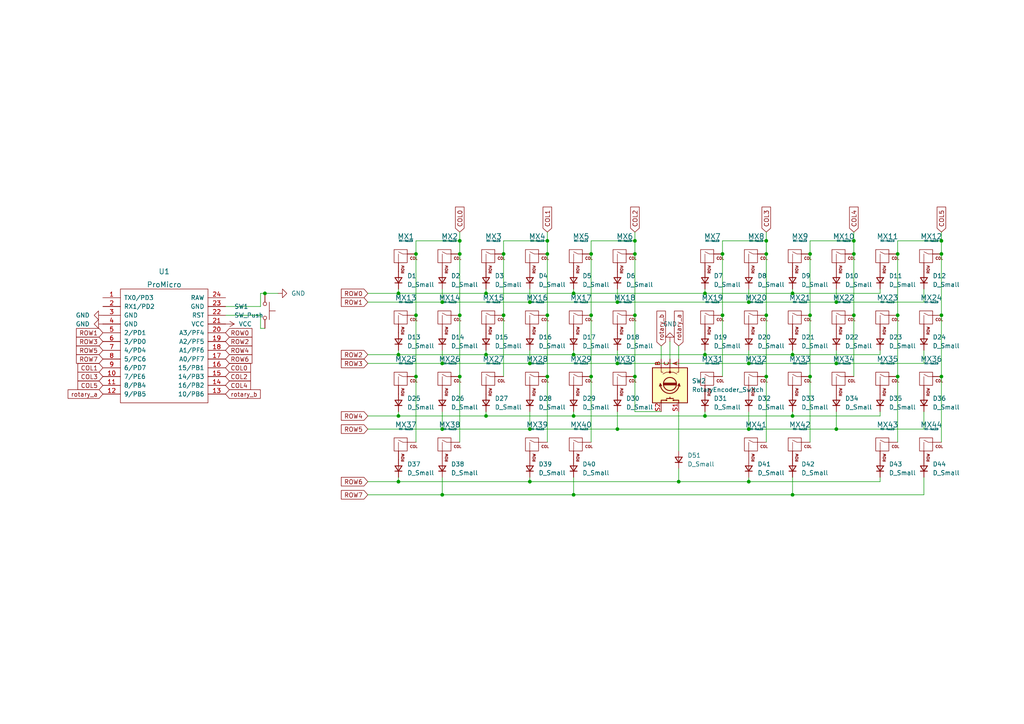
<source format=kicad_sch>
(kicad_sch (version 20211123) (generator eeschema)
  (paper "A4")
  (lib_symbols
    (symbol "Device:D_Small" (pin_numbers hide) (pin_names (offset 0.254) hide)
      (property "Reference" "D" (at -1.27 2.032 0))
      (property "Value" "D_Small" (at -3.81 -2.032 0))
      (symbol "D_Small_0_1"
        (polyline (pts (xy -0.762 -1.016) (xy -0.762 1.016)) (stroke (width 0.254)))
        (polyline (pts (xy -0.762 0) (xy 0.762 0)))
        (polyline (pts (xy 0.762 -1.016) (xy -0.762 0) (xy 0.762 1.016) (xy 0.762 -1.016)) (stroke (width 0.254)))
      )
      (symbol "D_Small_1_1"
        (pin passive line (at -2.54 0 0) (length 1.778) (name "K") (number "1"))
        (pin passive line (at 2.54 0 180) (length 1.778) (name "A") (number "2"))
      )
    )
    (symbol "Device:RotaryEncoder_Switch" (pin_names (offset 0.254) hide)
      (property "Reference" "SW" (at 0 6.604 0))
      (property "Value" "RotaryEncoder_Switch" (at 0 -6.604 0))
      (symbol "RotaryEncoder_Switch_0_1"
        (rectangle (start -5.08 5.08) (end 5.08 -5.08) (stroke (width 0.254)) (fill (type background)))
        (circle (center -3.81 0) (radius 0.254) (fill (type outline)))
        (arc (start -0.381 -2.794) (mid 2.3622 -0.0508) (end -0.381 2.667) (stroke (width 0.254)))
        (circle (center -0.381 0) (radius 1.905) (stroke (width 0.254)))
        (polyline (pts (xy -0.635 -1.778) (xy -0.635 1.778)) (stroke (width 0.254)))
        (polyline (pts (xy -0.381 -1.778) (xy -0.381 1.778)) (stroke (width 0.254)))
        (polyline (pts (xy -0.127 1.778) (xy -0.127 -1.778)) (stroke (width 0.254)))
        (polyline (pts (xy 3.81 0) (xy 3.429 0)) (stroke (width 0.254)))
        (polyline (pts (xy 3.81 1.016) (xy 3.81 -1.016)) (stroke (width 0.254)))
        (polyline (pts (xy -5.08 -2.54) (xy -3.81 -2.54) (xy -3.81 -2.032)))
        (polyline (pts (xy -5.08 2.54) (xy -3.81 2.54) (xy -3.81 2.032)))
        (polyline (pts (xy 0.254 -3.048) (xy -0.508 -2.794) (xy 0.127 -2.413)) (stroke (width 0.254)))
        (polyline (pts (xy 0.254 2.921) (xy -0.508 2.667) (xy 0.127 2.286)) (stroke (width 0.254)))
        (polyline (pts (xy 5.08 -2.54) (xy 4.318 -2.54) (xy 4.318 -1.016)) (stroke (width 0.254)))
        (polyline (pts (xy 5.08 2.54) (xy 4.318 2.54) (xy 4.318 1.016)) (stroke (width 0.254)))
        (polyline (pts (xy -5.08 0) (xy -3.81 0) (xy -3.81 -1.016) (xy -3.302 -2.032)))
        (polyline (pts (xy -4.318 0) (xy -3.81 0) (xy -3.81 1.016) (xy -3.302 2.032)))
        (circle (center 4.318 -1.016) (radius 0.127) (stroke (width 0.254)))
        (circle (center 4.318 1.016) (radius 0.127) (stroke (width 0.254)))
      )
      (symbol "RotaryEncoder_Switch_1_1"
        (pin passive line (at -7.62 2.54 0) (length 2.54) (name "A") (number "A"))
        (pin passive line (at -7.62 -2.54 0) (length 2.54) (name "B") (number "B"))
        (pin passive line (at -7.62 0 0) (length 2.54) (name "C") (number "C"))
        (pin passive line (at 7.62 2.54 180) (length 2.54) (name "S1") (number "S1"))
        (pin passive line (at 7.62 -2.54 180) (length 2.54) (name "S2") (number "S2"))
      )
    )
    (symbol "MX_Alps_Hybrid:MX-NoLED" (pin_names (offset 1.016))
      (property "Reference" "MX" (at -0.635 3.81 0))
      (property "Value" "MX-NoLED" (at -0.635 1.27 0))
      (symbol "MX-NoLED_0_0"
        (rectangle (start -2.54 2.54) (end 1.27 -1.27))
        (polyline (pts (xy -1.27 -1.27) (xy -1.27 1.27)) (stroke (width 0.127)))
        (polyline (pts (xy 1.27 1.27) (xy 0 1.27) (xy -1.27 1.905)) (stroke (width 0.127)))
        (text "COL" (at 3.175 0 0) (effects (font (size 0.762 0.762))))
        (text "ROW" (at 0 -1.905 900) (effects (font (size 0.762 0.762)) (justify right)))
      )
      (symbol "MX-NoLED_1_1"
        (pin passive line (at 3.81 1.27 180) (length 2.54) (name "COL") (number "1"))
        (pin passive line (at -1.27 -3.81 90) (length 2.54) (name "ROW") (number "2"))
      )
    )
    (symbol "Switch:SW_Push" (pin_numbers hide) (pin_names (offset 1.016) hide)
      (property "Reference" "SW" (at 1.27 2.54 0))
      (property "Value" "SW_Push" (at 0 -1.524 0))
      (symbol "SW_Push_0_1"
        (circle (center -2.032 0) (radius 0.508))
        (polyline (pts (xy 0 1.27) (xy 0 3.048)))
        (polyline (pts (xy 2.54 1.27) (xy -2.54 1.27)))
        (circle (center 2.032 0) (radius 0.508))
        (pin passive line (at -5.08 0 0) (length 2.54) (name "1") (number "1"))
        (pin passive line (at 5.08 0 180) (length 2.54) (name "2") (number "2"))
      )
    )
    (symbol "keebio:ProMicro" (pin_names (offset 1.016))
      (property "Reference" "U" (at 0 0 0))
      (property "Value" "ProMicro" (at 0 -19.05 0))
      (symbol "ProMicro_0_1"
        (rectangle (start -12.7 -16.51) (end 12.7 16.51))
      )
      (symbol "ProMicro_1_1"
        (pin input line (at -17.78 13.97 0) (length 5.08) (name "TX0/PD3") (number "1"))
        (pin input line (at -17.78 -8.89 0) (length 5.08) (name "7/PE6") (number "10"))
        (pin input line (at -17.78 -11.43 0) (length 5.08) (name "8/PB4") (number "11"))
        (pin input line (at -17.78 -13.97 0) (length 5.08) (name "9/PB5") (number "12"))
        (pin input line (at 17.78 -13.97 180) (length 5.08) (name "10/PB6") (number "13"))
        (pin input line (at 17.78 -11.43 180) (length 5.08) (name "16/PB2") (number "14"))
        (pin input line (at 17.78 -8.89 180) (length 5.08) (name "14/PB3") (number "15"))
        (pin input line (at 17.78 -6.35 180) (length 5.08) (name "15/PB1") (number "16"))
        (pin input line (at 17.78 -3.81 180) (length 5.08) (name "A0/PF7") (number "17"))
        (pin input line (at 17.78 -1.27 180) (length 5.08) (name "A1/PF6") (number "18"))
        (pin input line (at 17.78 1.27 180) (length 5.08) (name "A2/PF5") (number "19"))
        (pin input line (at -17.78 11.43 0) (length 5.08) (name "RX1/PD2") (number "2"))
        (pin input line (at 17.78 3.81 180) (length 5.08) (name "A3/PF4") (number "20"))
        (pin input line (at 17.78 6.35 180) (length 5.08) (name "VCC") (number "21"))
        (pin input line (at 17.78 8.89 180) (length 5.08) (name "RST") (number "22"))
        (pin input line (at 17.78 11.43 180) (length 5.08) (name "GND") (number "23"))
        (pin input line (at 17.78 13.97 180) (length 5.08) (name "RAW") (number "24"))
        (pin input line (at -17.78 8.89 0) (length 5.08) (name "GND") (number "3"))
        (pin input line (at -17.78 6.35 0) (length 5.08) (name "GND") (number "4"))
        (pin input line (at -17.78 3.81 0) (length 5.08) (name "2/PD1") (number "5"))
        (pin input line (at -17.78 1.27 0) (length 5.08) (name "3/PD0") (number "6"))
        (pin input line (at -17.78 -1.27 0) (length 5.08) (name "4/PD4") (number "7"))
        (pin input line (at -17.78 -3.81 0) (length 5.08) (name "5/PC6") (number "8"))
        (pin input line (at -17.78 -6.35 0) (length 5.08) (name "6/PD7") (number "9"))
      )
    )
    (symbol "power:GND" (power) (pin_names (offset 0))
      (property "Value" "GND" (at 0 -3.81 0))
      (symbol "GND_0_1"
        (polyline (pts (xy 0 0) (xy 0 -1.27) (xy 1.27 -1.27) (xy 0 -2.54) (xy -1.27 -1.27) (xy 0 -1.27)))
      )
      (symbol "GND_1_1"
        (pin power_in line (at 0 0 270) (length 0) hide (name "GND") (number "1"))
      )
    )
    (symbol "power:VCC" (power) (pin_names (offset 0))
      (property "Value" "VCC" (at 0 3.81 0))
      (symbol "VCC_0_1"
        (polyline (pts (xy -0.762 1.27) (xy 0 2.54)))
        (polyline (pts (xy 0 0) (xy 0 2.54)))
        (polyline (pts (xy 0 2.54) (xy 0.762 1.27)))
      )
      (symbol "VCC_1_1"
        (pin power_in line (at 0 0 90) (length 0) hide (name "VCC") (number "1"))
      )
    )
  )
  (junction (at 229.87 102.87))
  (junction (at 120.65 73.66))
  (junction (at 222.25 69.85))
  (junction (at 158.75 109.22))
  (junction (at 166.37 85.09))
  (junction (at 146.05 73.66))
  (junction (at 140.97 120.65))
  (junction (at 204.47 102.87))
  (junction (at 234.95 91.44))
  (junction (at 120.65 91.44))
  (junction (at 140.97 102.87))
  (junction (at 166.37 102.87))
  (junction (at 217.17 105.41))
  (junction (at 128.27 105.41))
  (junction (at 217.17 87.63))
  (junction (at 153.67 124.46))
  (junction (at 260.35 91.44))
  (junction (at 229.87 85.09))
  (junction (at 133.35 69.85))
  (junction (at 171.45 109.22))
  (junction (at 260.35 109.22))
  (junction (at 209.55 73.66))
  (junction (at 222.25 73.66))
  (junction (at 217.17 124.46))
  (junction (at 115.57 85.09))
  (junction (at 247.65 73.66))
  (junction (at 196.85 139.7))
  (junction (at 184.15 69.85))
  (junction (at 140.97 85.09))
  (junction (at 204.47 120.65))
  (junction (at 146.05 91.44))
  (junction (at 158.75 91.44))
  (junction (at 158.75 73.66))
  (junction (at 179.07 124.46))
  (junction (at 217.17 139.7))
  (junction (at 128.27 143.51))
  (junction (at 273.05 109.22))
  (junction (at 242.57 124.46))
  (junction (at 128.27 124.46))
  (junction (at 273.05 91.44))
  (junction (at 247.65 91.44))
  (junction (at 133.35 109.22))
  (junction (at 273.05 69.85))
  (junction (at 158.75 69.85))
  (junction (at 153.67 139.7))
  (junction (at 115.57 120.65))
  (junction (at 133.35 73.66))
  (junction (at 115.57 102.87))
  (junction (at 166.37 120.65))
  (junction (at 171.45 91.44))
  (junction (at 204.47 85.09))
  (junction (at 234.95 73.66))
  (junction (at 115.57 139.7))
  (junction (at 171.45 73.66))
  (junction (at 128.27 87.63))
  (junction (at 222.25 91.44))
  (junction (at 234.95 109.22))
  (junction (at 222.25 109.22))
  (junction (at 242.57 87.63))
  (junction (at 209.55 91.44))
  (junction (at 153.67 105.41))
  (junction (at 120.65 109.22))
  (junction (at 76.835 85.09))
  (junction (at 153.67 87.63))
  (junction (at 247.65 69.85))
  (junction (at 179.07 105.41))
  (junction (at 184.15 73.66))
  (junction (at 133.35 91.44))
  (junction (at 166.37 143.51))
  (junction (at 229.87 120.65))
  (junction (at 184.15 91.44))
  (junction (at 184.15 109.22))
  (junction (at 229.87 143.51))
  (junction (at 179.07 87.63))
  (junction (at 260.35 73.66))
  (junction (at 273.05 73.66))
  (junction (at 242.57 105.41))
  (wire (pts (xy 140.97 102.87) (xy 166.37 102.87)))
  (wire (pts (xy 217.17 124.46) (xy 242.57 124.46)))
  (wire (pts (xy 196.85 135.89) (xy 196.85 139.7)))
  (wire (pts (xy 115.57 139.7) (xy 153.67 139.7)))
  (wire (pts (xy 234.95 69.85) (xy 234.95 73.66)))
  (wire (pts (xy 217.17 105.41) (xy 242.57 105.41)))
  (wire (pts (xy 217.17 83.82) (xy 217.17 87.63)))
  (wire (pts (xy 222.25 67.31) (xy 222.25 69.85)))
  (wire (pts (xy 65.405 88.9) (xy 75.565 88.9)))
  (wire (pts (xy 260.35 91.44) (xy 260.35 109.22)))
  (wire (pts (xy 229.87 138.43) (xy 229.87 143.51)))
  (wire (pts (xy 229.87 85.09) (xy 255.27 85.09)))
  (wire (pts (xy 184.15 67.31) (xy 184.15 69.85)))
  (wire (pts (xy 166.37 120.65) (xy 204.47 120.65)))
  (wire (pts (xy 273.05 69.85) (xy 260.35 69.85)))
  (wire (pts (xy 222.25 73.66) (xy 222.25 91.44)))
  (wire (pts (xy 171.45 69.85) (xy 184.15 69.85)))
  (wire (pts (xy 146.05 69.85) (xy 158.75 69.85)))
  (wire (pts (xy 133.35 73.66) (xy 133.35 91.44)))
  (wire (pts (xy 217.17 139.7) (xy 255.27 139.7)))
  (wire (pts (xy 128.27 105.41) (xy 153.67 105.41)))
  (wire (pts (xy 115.57 138.43) (xy 115.57 139.7)))
  (wire (pts (xy 204.47 119.38) (xy 204.47 120.65)))
  (wire (pts (xy 128.27 143.51) (xy 166.37 143.51)))
  (wire (pts (xy 115.57 83.82) (xy 115.57 85.09)))
  (wire (pts (xy 106.68 85.09) (xy 115.57 85.09)))
  (wire (pts (xy 128.27 101.6) (xy 128.27 105.41)))
  (wire (pts (xy 217.17 138.43) (xy 217.17 139.7)))
  (wire (pts (xy 153.67 124.46) (xy 179.07 124.46)))
  (wire (pts (xy 267.97 138.43) (xy 267.97 143.51)))
  (wire (pts (xy 209.55 69.85) (xy 222.25 69.85)))
  (wire (pts (xy 140.97 119.38) (xy 140.97 120.65)))
  (wire (pts (xy 229.87 143.51) (xy 267.97 143.51)))
  (wire (pts (xy 196.85 119.38) (xy 196.85 130.81)))
  (wire (pts (xy 171.45 69.85) (xy 171.45 73.66)))
  (wire (pts (xy 196.85 139.7) (xy 217.17 139.7)))
  (wire (pts (xy 267.97 101.6) (xy 267.97 105.41)))
  (wire (pts (xy 146.05 73.66) (xy 146.05 91.44)))
  (wire (pts (xy 247.65 69.85) (xy 247.65 73.66)))
  (wire (pts (xy 217.17 87.63) (xy 242.57 87.63)))
  (wire (pts (xy 76.835 85.09) (xy 80.645 85.09)))
  (wire (pts (xy 179.07 83.82) (xy 179.07 87.63)))
  (wire (pts (xy 179.07 119.38) (xy 179.07 124.46)))
  (wire (pts (xy 242.57 105.41) (xy 267.97 105.41)))
  (wire (pts (xy 184.15 91.44) (xy 184.15 109.22)))
  (wire (pts (xy 133.35 109.22) (xy 133.35 128.27)))
  (wire (pts (xy 115.57 102.87) (xy 140.97 102.87)))
  (wire (pts (xy 153.67 138.43) (xy 153.67 139.7)))
  (wire (pts (xy 184.15 109.22) (xy 184.15 119.38)))
  (wire (pts (xy 140.97 101.6) (xy 140.97 102.87)))
  (wire (pts (xy 260.35 73.66) (xy 260.35 91.44)))
  (wire (pts (xy 158.75 91.44) (xy 158.75 109.22)))
  (wire (pts (xy 115.57 85.09) (xy 140.97 85.09)))
  (wire (pts (xy 260.35 109.22) (xy 260.35 128.27)))
  (wire (pts (xy 171.45 91.44) (xy 171.45 109.22)))
  (wire (pts (xy 106.68 143.51) (xy 128.27 143.51)))
  (wire (pts (xy 115.57 120.65) (xy 140.97 120.65)))
  (wire (pts (xy 128.27 124.46) (xy 153.67 124.46)))
  (wire (pts (xy 273.05 73.66) (xy 273.05 91.44)))
  (wire (pts (xy 273.05 69.85) (xy 273.05 73.66)))
  (wire (pts (xy 273.05 109.22) (xy 273.05 128.27)))
  (wire (pts (xy 204.47 85.09) (xy 229.87 85.09)))
  (wire (pts (xy 209.55 73.66) (xy 209.55 91.44)))
  (wire (pts (xy 222.25 91.44) (xy 222.25 109.22)))
  (wire (pts (xy 229.87 83.82) (xy 229.87 85.09)))
  (wire (pts (xy 128.27 119.38) (xy 128.27 124.46)))
  (wire (pts (xy 179.07 101.6) (xy 179.07 105.41)))
  (wire (pts (xy 204.47 101.6) (xy 204.47 102.87)))
  (wire (pts (xy 247.65 69.85) (xy 234.95 69.85)))
  (wire (pts (xy 209.55 69.85) (xy 209.55 73.66)))
  (wire (pts (xy 191.77 119.38) (xy 184.15 119.38)))
  (wire (pts (xy 166.37 119.38) (xy 166.37 120.65)))
  (wire (pts (xy 133.35 67.31) (xy 133.35 69.85)))
  (wire (pts (xy 171.45 73.66) (xy 171.45 91.44)))
  (wire (pts (xy 115.57 101.6) (xy 115.57 102.87)))
  (wire (pts (xy 247.65 67.31) (xy 247.65 69.85)))
  (wire (pts (xy 234.95 91.44) (xy 234.95 109.22)))
  (wire (pts (xy 273.05 67.31) (xy 273.05 69.85)))
  (wire (pts (xy 179.07 124.46) (xy 217.17 124.46)))
  (wire (pts (xy 120.65 109.22) (xy 120.65 128.27)))
  (wire (pts (xy 75.565 95.25) (xy 76.835 95.25)))
  (wire (pts (xy 106.68 139.7) (xy 115.57 139.7)))
  (wire (pts (xy 267.97 83.82) (xy 267.97 87.63)))
  (wire (pts (xy 191.77 100.33) (xy 191.77 104.14)))
  (wire (pts (xy 120.65 73.66) (xy 120.65 91.44)))
  (wire (pts (xy 242.57 124.46) (xy 267.97 124.46)))
  (wire (pts (xy 255.27 83.82) (xy 255.27 85.09)))
  (wire (pts (xy 242.57 87.63) (xy 267.97 87.63)))
  (wire (pts (xy 128.27 83.82) (xy 128.27 87.63)))
  (wire (pts (xy 153.67 139.7) (xy 196.85 139.7)))
  (wire (pts (xy 204.47 102.87) (xy 229.87 102.87)))
  (wire (pts (xy 128.27 138.43) (xy 128.27 143.51)))
  (wire (pts (xy 229.87 102.87) (xy 255.27 102.87)))
  (wire (pts (xy 158.75 67.31) (xy 158.75 69.85)))
  (wire (pts (xy 106.68 87.63) (xy 128.27 87.63)))
  (wire (pts (xy 166.37 85.09) (xy 204.47 85.09)))
  (wire (pts (xy 222.25 69.85) (xy 222.25 73.66)))
  (wire (pts (xy 273.05 91.44) (xy 273.05 109.22)))
  (wire (pts (xy 234.95 73.66) (xy 234.95 91.44)))
  (wire (pts (xy 76.835 85.09) (xy 75.565 85.09)))
  (wire (pts (xy 217.17 101.6) (xy 217.17 105.41)))
  (wire (pts (xy 166.37 102.87) (xy 204.47 102.87)))
  (wire (pts (xy 106.68 124.46) (xy 128.27 124.46)))
  (wire (pts (xy 267.97 119.38) (xy 267.97 124.46)))
  (wire (pts (xy 194.31 99.06) (xy 194.31 104.14)))
  (wire (pts (xy 153.67 87.63) (xy 179.07 87.63)))
  (wire (pts (xy 255.27 101.6) (xy 255.27 102.87)))
  (wire (pts (xy 184.15 69.85) (xy 184.15 73.66)))
  (wire (pts (xy 196.85 100.33) (xy 196.85 104.14)))
  (wire (pts (xy 106.68 102.87) (xy 115.57 102.87)))
  (wire (pts (xy 229.87 101.6) (xy 229.87 102.87)))
  (wire (pts (xy 140.97 85.09) (xy 166.37 85.09)))
  (wire (pts (xy 229.87 120.65) (xy 255.27 120.65)))
  (wire (pts (xy 184.15 73.66) (xy 184.15 91.44)))
  (wire (pts (xy 153.67 83.82) (xy 153.67 87.63)))
  (wire (pts (xy 255.27 138.43) (xy 255.27 139.7)))
  (wire (pts (xy 242.57 83.82) (xy 242.57 87.63)))
  (wire (pts (xy 106.68 120.65) (xy 115.57 120.65)))
  (wire (pts (xy 158.75 109.22) (xy 158.75 128.27)))
  (wire (pts (xy 120.65 91.44) (xy 120.65 109.22)))
  (wire (pts (xy 120.65 69.85) (xy 120.65 73.66)))
  (wire (pts (xy 234.95 109.22) (xy 234.95 128.27)))
  (wire (pts (xy 158.75 69.85) (xy 158.75 73.66)))
  (wire (pts (xy 204.47 120.65) (xy 229.87 120.65)))
  (wire (pts (xy 133.35 91.44) (xy 133.35 109.22)))
  (wire (pts (xy 247.65 91.44) (xy 247.65 109.22)))
  (wire (pts (xy 153.67 101.6) (xy 153.67 105.41)))
  (wire (pts (xy 65.405 91.44) (xy 75.565 91.44)))
  (wire (pts (xy 179.07 87.63) (xy 217.17 87.63)))
  (wire (pts (xy 217.17 119.38) (xy 217.17 124.46)))
  (wire (pts (xy 255.27 119.38) (xy 255.27 120.65)))
  (wire (pts (xy 146.05 91.44) (xy 146.05 109.22)))
  (wire (pts (xy 153.67 119.38) (xy 153.67 124.46)))
  (wire (pts (xy 242.57 119.38) (xy 242.57 124.46)))
  (wire (pts (xy 242.57 101.6) (xy 242.57 105.41)))
  (wire (pts (xy 166.37 83.82) (xy 166.37 85.09)))
  (wire (pts (xy 179.07 105.41) (xy 217.17 105.41)))
  (wire (pts (xy 128.27 87.63) (xy 153.67 87.63)))
  (wire (pts (xy 115.57 119.38) (xy 115.57 120.65)))
  (wire (pts (xy 260.35 69.85) (xy 260.35 73.66)))
  (wire (pts (xy 75.565 91.44) (xy 75.565 95.25)))
  (wire (pts (xy 209.55 91.44) (xy 209.55 109.22)))
  (wire (pts (xy 140.97 83.82) (xy 140.97 85.09)))
  (wire (pts (xy 247.65 73.66) (xy 247.65 91.44)))
  (wire (pts (xy 171.45 109.22) (xy 171.45 128.27)))
  (wire (pts (xy 204.47 83.82) (xy 204.47 85.09)))
  (wire (pts (xy 140.97 120.65) (xy 166.37 120.65)))
  (wire (pts (xy 222.25 109.22) (xy 222.25 128.27)))
  (wire (pts (xy 133.35 69.85) (xy 120.65 69.85)))
  (wire (pts (xy 153.67 105.41) (xy 179.07 105.41)))
  (wire (pts (xy 133.35 69.85) (xy 133.35 73.66)))
  (wire (pts (xy 166.37 138.43) (xy 166.37 143.51)))
  (wire (pts (xy 158.75 73.66) (xy 158.75 91.44)))
  (wire (pts (xy 166.37 143.51) (xy 229.87 143.51)))
  (wire (pts (xy 166.37 101.6) (xy 166.37 102.87)))
  (wire (pts (xy 106.68 105.41) (xy 128.27 105.41)))
  (wire (pts (xy 146.05 69.85) (xy 146.05 73.66)))
  (wire (pts (xy 229.87 119.38) (xy 229.87 120.65)))
  (wire (pts (xy 75.565 85.09) (xy 75.565 88.9)))
  (global_label "ROW6" (shape input) (at 65.405 104.14 0) (property "Intersheet References" "${INTERSHEET_REFS}" (effects hide)))
  (global_label "ROW4" (shape input) (at 65.405 101.6 0) (property "Intersheet References" "${INTERSHEET_REFS}" (effects hide)))
  (global_label "ROW3" (shape input) (at 29.845 99.06 180) (property "Intersheet References" "${INTERSHEET_REFS}" (effects hide)))
  (global_label "ROW0" (shape input) (at 65.405 96.52 0) (property "Intersheet References" "${INTERSHEET_REFS}" (effects hide)))
  (global_label "COL2" (shape input) (at 184.15 67.31 90) (property "Intersheet References" "${INTERSHEET_REFS}" (effects hide)))
  (global_label "COL1" (shape input) (at 29.845 106.68 180) (property "Intersheet References" "${INTERSHEET_REFS}" (effects hide)))
  (global_label "ROW5" (shape input) (at 29.845 101.6 180) (property "Intersheet References" "${INTERSHEET_REFS}" (effects hide)))
  (global_label "ROW2" (shape input) (at 106.68 102.87 180) (property "Intersheet References" "${INTERSHEET_REFS}" (effects hide)))
  (global_label "COL3" (shape input) (at 222.25 67.31 90) (property "Intersheet References" "${INTERSHEET_REFS}" (effects hide)))
  (global_label "rotary_a" (shape input) (at 196.85 100.33 90) (property "Intersheet References" "${INTERSHEET_REFS}" (effects hide)))
  (global_label "COL0" (shape input) (at 65.405 106.68 0) (property "Intersheet References" "${INTERSHEET_REFS}" (effects hide)))
  (global_label "rotary_a" (shape input) (at 29.845 114.3 180) (property "Intersheet References" "${INTERSHEET_REFS}" (effects hide)))
  (global_label "ROW1" (shape input) (at 106.68 87.63 180) (property "Intersheet References" "${INTERSHEET_REFS}" (effects hide)))
  (global_label "ROW4" (shape input) (at 106.68 120.65 180) (property "Intersheet References" "${INTERSHEET_REFS}" (effects hide)))
  (global_label "ROW7" (shape input) (at 29.845 104.14 180) (property "Intersheet References" "${INTERSHEET_REFS}" (effects hide)))
  (global_label "COL5" (shape input) (at 29.845 111.76 180) (property "Intersheet References" "${INTERSHEET_REFS}" (effects hide)))
  (global_label "COL0" (shape input) (at 133.35 67.31 90) (property "Intersheet References" "${INTERSHEET_REFS}" (effects hide)))
  (global_label "ROW5" (shape input) (at 106.68 124.46 180) (property "Intersheet References" "${INTERSHEET_REFS}" (effects hide)))
  (global_label "ROW6" (shape input) (at 106.68 139.7 180) (property "Intersheet References" "${INTERSHEET_REFS}" (effects hide)))
  (global_label "COL4" (shape input) (at 65.405 111.76 0) (property "Intersheet References" "${INTERSHEET_REFS}" (effects hide)))
  (global_label "rotary_b" (shape input) (at 65.405 114.3 0) (property "Intersheet References" "${INTERSHEET_REFS}" (effects hide)))
  (global_label "ROW3" (shape input) (at 106.68 105.41 180) (property "Intersheet References" "${INTERSHEET_REFS}" (effects hide)))
  (global_label "COL1" (shape input) (at 158.75 67.31 90) (property "Intersheet References" "${INTERSHEET_REFS}" (effects hide)))
  (global_label "COL5" (shape input) (at 273.05 67.31 90) (property "Intersheet References" "${INTERSHEET_REFS}" (effects hide)))
  (global_label "COL3" (shape input) (at 29.845 109.22 180) (property "Intersheet References" "${INTERSHEET_REFS}" (effects hide)))
  (global_label "ROW2" (shape input) (at 65.405 99.06 0) (property "Intersheet References" "${INTERSHEET_REFS}" (effects hide)))
  (global_label "rotary_b" (shape input) (at 191.77 100.33 90) (property "Intersheet References" "${INTERSHEET_REFS}" (effects hide)))
  (global_label "COL4" (shape input) (at 247.65 67.31 90) (property "Intersheet References" "${INTERSHEET_REFS}" (effects hide)))
  (global_label "ROW0" (shape input) (at 106.68 85.09 180) (property "Intersheet References" "${INTERSHEET_REFS}" (effects hide)))
  (global_label "ROW1" (shape input) (at 29.845 96.52 180) (property "Intersheet References" "${INTERSHEET_REFS}" (effects hide)))
  (global_label "COL2" (shape input) (at 65.405 109.22 0) (property "Intersheet References" "${INTERSHEET_REFS}" (effects hide)))
  (global_label "ROW7" (shape input) (at 106.68 143.51 180) (property "Intersheet References" "${INTERSHEET_REFS}" (effects hide)))
  (symbol (lib_id "Device:D_Small") (at 115.57 116.84 90) (unit 1)
    (property "Reference" "D25" (at 118.11 115.5699 90) (effects (justify right)))
    (property "Value" "D_Small" (at 118.11 118.1099 90) (effects (justify right)))
    (property "Footprint" "Diode_THT:D_DO-35_SOD27_P7.62mm_Horizontal" (effects hide))
  )
  (symbol (lib_id "MX_Alps_Hybrid:MX-NoLED") (at 116.84 110.49 0) (unit 1)
    (property "Reference" "MX25" (at 117.7256 104.14 0) (effects (font (size 1.524 1.524))))
    (property "Value" "MX-NoLED" (at 117.7256 105.41 0) (effects (font (size 0.508 0.508))))
    (property "Footprint" "MX_Only:MXOnly-1U-NoLED" (effects hide))
  )
  (symbol (lib_id "MX_Alps_Hybrid:MX-NoLED") (at 154.94 92.71 0) (unit 1)
    (property "Reference" "MX16" (at 155.8256 86.36 0) (effects (font (size 1.524 1.524))))
    (property "Value" "MX-NoLED" (at 155.8256 87.63 0) (effects (font (size 0.508 0.508))))
    (property "Footprint" "MX_Only:MXOnly-1U-NoLED" (effects hide))
  )
  (symbol (lib_id "Device:D_Small") (at 255.27 135.89 90) (unit 1)
    (property "Reference" "D43" (at 257.81 134.6199 90) (effects (justify right)))
    (property "Value" "D_Small" (at 257.81 137.1599 90) (effects (justify right)))
    (property "Footprint" "Diode_THT:D_DO-35_SOD27_P7.62mm_Horizontal" (effects hide))
  )
  (symbol (lib_id "Device:D_Small") (at 229.87 81.28 90) (unit 1)
    (property "Reference" "D9" (at 232.41 80.0099 90) (effects (justify right)))
    (property "Value" "D_Small" (at 232.41 82.5499 90) (effects (justify right)))
    (property "Footprint" "Diode_THT:D_DO-35_SOD27_P7.62mm_Horizontal" (effects hide))
  )
  (symbol (lib_id "Device:D_Small") (at 267.97 99.06 90) (unit 1)
    (property "Reference" "D24" (at 270.51 97.7899 90) (effects (justify right)))
    (property "Value" "D_Small" (at 270.51 100.3299 90) (effects (justify right)))
    (property "Footprint" "Diode_THT:D_DO-35_SOD27_P7.62mm_Horizontal" (effects hide))
  )
  (symbol (lib_id "MX_Alps_Hybrid:MX-NoLED") (at 116.84 74.93 0) (unit 1)
    (property "Reference" "MX1" (at 117.7256 68.58 0) (effects (font (size 1.524 1.524))))
    (property "Value" "MX-NoLED" (at 117.7256 69.85 0) (effects (font (size 0.508 0.508))))
    (property "Footprint" "MX_Only:MXOnly-1U-NoLED" (effects hide))
  )
  (symbol (lib_id "Device:D_Small") (at 229.87 99.06 90) (unit 1)
    (property "Reference" "D21" (at 232.41 97.7899 90) (effects (justify right)))
    (property "Value" "D_Small" (at 232.41 100.3299 90) (effects (justify right)))
    (property "Footprint" "Diode_THT:D_DO-35_SOD27_P7.62mm_Horizontal" (effects hide))
  )
  (symbol (lib_id "Device:D_Small") (at 267.97 81.28 90) (unit 1)
    (property "Reference" "D12" (at 270.51 80.0099 90) (effects (justify right)))
    (property "Value" "D_Small" (at 270.51 82.5499 90) (effects (justify right)))
    (property "Footprint" "Diode_THT:D_DO-35_SOD27_P7.62mm_Horizontal" (effects hide))
  )
  (symbol (lib_id "Device:D_Small") (at 153.67 99.06 90) (unit 1)
    (property "Reference" "D16" (at 156.21 97.7899 90) (effects (justify right)))
    (property "Value" "D_Small" (at 156.21 100.3299 90) (effects (justify right)))
    (property "Footprint" "Diode_THT:D_DO-35_SOD27_P7.62mm_Horizontal" (effects hide))
  )
  (symbol (lib_id "power:GND") (at 29.845 91.44 270) (unit 1)
    (property "Reference" "#PWR0101" (effects hide))
    (property "Value" "GND" (at 26.035 91.4399 90) (effects (justify right)))
  )
  (symbol (lib_id "Device:D_Small") (at 166.37 99.06 90) (unit 1)
    (property "Reference" "D17" (at 168.91 97.7899 90) (effects (justify right)))
    (property "Value" "D_Small" (at 168.91 100.3299 90) (effects (justify right)))
    (property "Footprint" "Diode_THT:D_DO-35_SOD27_P7.62mm_Horizontal" (effects hide))
  )
  (symbol (lib_id "MX_Alps_Hybrid:MX-NoLED") (at 256.54 92.71 0) (unit 1)
    (property "Reference" "MX23" (at 257.4256 86.36 0) (effects (font (size 1.524 1.524))))
    (property "Value" "MX-NoLED" (at 257.4256 87.63 0) (effects (font (size 0.508 0.508))))
    (property "Footprint" "MX_Only:MXOnly-1U-NoLED" (effects hide))
  )
  (symbol (lib_id "MX_Alps_Hybrid:MX-NoLED") (at 167.64 92.71 0) (unit 1)
    (property "Reference" "MX17" (at 168.5256 86.36 0) (effects (font (size 1.524 1.524))))
    (property "Value" "MX-NoLED" (at 168.5256 87.63 0) (effects (font (size 0.508 0.508))))
    (property "Footprint" "MX_Only:MXOnly-1U-NoLED" (effects hide))
  )
  (symbol (lib_id "Switch:SW_Push") (at 76.835 90.17 270) (unit 1)
    (property "Reference" "SW1" (at 67.945 88.9 90) (effects (justify left)))
    (property "Value" "SW_Push" (at 67.945 91.44 90) (effects (justify left)))
    (property "Footprint" "Connector_PinHeader_1.00mm:PinHeader_1x02_P1.00mm_Vertical" (effects hide))
  )
  (symbol (lib_id "Device:D_Small") (at 229.87 135.89 90) (unit 1)
    (property "Reference" "D42" (at 232.41 134.6199 90) (effects (justify right)))
    (property "Value" "D_Small" (at 232.41 137.1599 90) (effects (justify right)))
    (property "Footprint" "Diode_THT:D_DO-35_SOD27_P7.62mm_Horizontal" (effects hide))
  )
  (symbol (lib_id "Device:D_Small") (at 153.67 81.28 90) (unit 1)
    (property "Reference" "D4" (at 156.21 80.0099 90) (effects (justify right)))
    (property "Value" "D_Small" (at 156.21 82.5499 90) (effects (justify right)))
    (property "Footprint" "Diode_THT:D_DO-35_SOD27_P7.62mm_Horizontal" (effects hide))
  )
  (symbol (lib_id "MX_Alps_Hybrid:MX-NoLED") (at 218.44 74.93 0) (unit 1)
    (property "Reference" "MX8" (at 219.3256 68.58 0) (effects (font (size 1.524 1.524))))
    (property "Value" "MX-NoLED" (at 219.3256 69.85 0) (effects (font (size 0.508 0.508))))
    (property "Footprint" "MX_Only:MXOnly-1U-NoLED" (effects hide))
  )
  (symbol (lib_id "Device:D_Small") (at 255.27 99.06 90) (unit 1)
    (property "Reference" "D23" (at 257.81 97.7899 90) (effects (justify right)))
    (property "Value" "D_Small" (at 257.81 100.3299 90) (effects (justify right)))
    (property "Footprint" "Diode_THT:D_DO-35_SOD27_P7.62mm_Horizontal" (effects hide))
  )
  (symbol (lib_id "MX_Alps_Hybrid:MX-NoLED") (at 142.24 74.93 0) (unit 1)
    (property "Reference" "MX3" (at 143.1256 68.58 0) (effects (font (size 1.524 1.524))))
    (property "Value" "MX-NoLED" (at 143.1256 69.85 0) (effects (font (size 0.508 0.508))))
    (property "Footprint" "MX_Only:MXOnly-1U-NoLED" (effects hide))
  )
  (symbol (lib_id "MX_Alps_Hybrid:MX-NoLED") (at 129.54 110.49 0) (unit 1)
    (property "Reference" "MX26" (at 130.4256 104.14 0) (effects (font (size 1.524 1.524))))
    (property "Value" "MX-NoLED" (at 130.4256 105.41 0) (effects (font (size 0.508 0.508))))
    (property "Footprint" "MX_Only:MXOnly-1U-NoLED" (effects hide))
  )
  (symbol (lib_id "Device:D_Small") (at 267.97 135.89 90) (unit 1)
    (property "Reference" "D44" (at 270.51 134.6199 90) (effects (justify right)))
    (property "Value" "D_Small" (at 270.51 137.1599 90) (effects (justify right)))
    (property "Footprint" "Diode_THT:D_DO-35_SOD27_P7.62mm_Horizontal" (effects hide))
  )
  (symbol (lib_id "Device:D_Small") (at 166.37 81.28 90) (unit 1)
    (property "Reference" "D5" (at 168.91 80.0099 90) (effects (justify right)))
    (property "Value" "D_Small" (at 168.91 82.5499 90) (effects (justify right)))
    (property "Footprint" "Diode_THT:D_DO-35_SOD27_P7.62mm_Horizontal" (effects hide))
  )
  (symbol (lib_id "MX_Alps_Hybrid:MX-NoLED") (at 129.54 74.93 0) (unit 1)
    (property "Reference" "MX2" (at 130.4256 68.58 0) (effects (font (size 1.524 1.524))))
    (property "Value" "MX-NoLED" (at 130.4256 69.85 0) (effects (font (size 0.508 0.508))))
    (property "Footprint" "MX_Only:MXOnly-1U-NoLED" (effects hide))
  )
  (symbol (lib_id "Device:D_Small") (at 242.57 81.28 90) (unit 1)
    (property "Reference" "D10" (at 245.11 80.0099 90) (effects (justify right)))
    (property "Value" "D_Small" (at 245.11 82.5499 90) (effects (justify right)))
    (property "Footprint" "Diode_THT:D_DO-35_SOD27_P7.62mm_Horizontal" (effects hide))
  )
  (symbol (lib_id "MX_Alps_Hybrid:MX-NoLED") (at 256.54 74.93 0) (unit 1)
    (property "Reference" "MX11" (at 257.4256 68.58 0) (effects (font (size 1.524 1.524))))
    (property "Value" "MX-NoLED" (at 257.4256 69.85 0) (effects (font (size 0.508 0.508))))
    (property "Footprint" "MX_Only:MXOnly-1U-NoLED" (effects hide))
  )
  (symbol (lib_id "Device:D_Small") (at 229.87 116.84 90) (unit 1)
    (property "Reference" "D33" (at 232.41 115.5699 90) (effects (justify right)))
    (property "Value" "D_Small" (at 232.41 118.1099 90) (effects (justify right)))
    (property "Footprint" "Diode_THT:D_DO-35_SOD27_P7.62mm_Horizontal" (effects hide))
  )
  (symbol (lib_id "MX_Alps_Hybrid:MX-NoLED") (at 218.44 92.71 0) (unit 1)
    (property "Reference" "MX20" (at 219.3256 86.36 0) (effects (font (size 1.524 1.524))))
    (property "Value" "MX-NoLED" (at 219.3256 87.63 0) (effects (font (size 0.508 0.508))))
    (property "Footprint" "MX_Only:MXOnly-1U-NoLED" (effects hide))
  )
  (symbol (lib_id "MX_Alps_Hybrid:MX-NoLED") (at 167.64 110.49 0) (unit 1)
    (property "Reference" "MX29" (at 168.5256 104.14 0) (effects (font (size 1.524 1.524))))
    (property "Value" "MX-NoLED" (at 168.5256 105.41 0) (effects (font (size 0.508 0.508))))
    (property "Footprint" "MX_Only:MXOnly-1U-NoLED" (effects hide))
  )
  (symbol (lib_id "MX_Alps_Hybrid:MX-NoLED") (at 231.14 92.71 0) (unit 1)
    (property "Reference" "MX21" (at 232.0256 86.36 0) (effects (font (size 1.524 1.524))))
    (property "Value" "MX-NoLED" (at 232.0256 87.63 0) (effects (font (size 0.508 0.508))))
    (property "Footprint" "MX_Only:MXOnly-1U-NoLED" (effects hide))
  )
  (symbol (lib_id "Device:D_Small") (at 140.97 116.84 90) (unit 1)
    (property "Reference" "D27" (at 143.51 115.5699 90) (effects (justify right)))
    (property "Value" "D_Small" (at 143.51 118.1099 90) (effects (justify right)))
    (property "Footprint" "Diode_THT:D_DO-35_SOD27_P7.62mm_Horizontal" (effects hide))
  )
  (symbol (lib_id "Device:D_Small") (at 140.97 81.28 90) (unit 1)
    (property "Reference" "D3" (at 143.51 80.0099 90) (effects (justify right)))
    (property "Value" "D_Small" (at 143.51 82.5499 90) (effects (justify right)))
    (property "Footprint" "Diode_THT:D_DO-35_SOD27_P7.62mm_Horizontal" (effects hide))
  )
  (symbol (lib_id "Device:D_Small") (at 153.67 116.84 90) (unit 1)
    (property "Reference" "D28" (at 156.21 115.5699 90) (effects (justify right)))
    (property "Value" "D_Small" (at 156.21 118.1099 90) (effects (justify right)))
    (property "Footprint" "Diode_THT:D_DO-35_SOD27_P7.62mm_Horizontal" (effects hide))
  )
  (symbol (lib_id "Device:D_Small") (at 217.17 99.06 90) (unit 1)
    (property "Reference" "D20" (at 219.71 97.7899 90) (effects (justify right)))
    (property "Value" "D_Small" (at 219.71 100.3299 90) (effects (justify right)))
    (property "Footprint" "Diode_THT:D_DO-35_SOD27_P7.62mm_Horizontal" (effects hide))
  )
  (symbol (lib_id "Device:D_Small") (at 217.17 81.28 90) (unit 1)
    (property "Reference" "D8" (at 219.71 80.0099 90) (effects (justify right)))
    (property "Value" "D_Small" (at 219.71 82.5499 90) (effects (justify right)))
    (property "Footprint" "Diode_THT:D_DO-35_SOD27_P7.62mm_Horizontal" (effects hide))
  )
  (symbol (lib_id "Device:D_Small") (at 255.27 116.84 90) (unit 1)
    (property "Reference" "D35" (at 257.81 115.5699 90) (effects (justify right)))
    (property "Value" "D_Small" (at 257.81 118.1099 90) (effects (justify right)))
    (property "Footprint" "Diode_THT:D_DO-35_SOD27_P7.62mm_Horizontal" (effects hide))
  )
  (symbol (lib_id "Device:D_Small") (at 204.47 81.28 90) (unit 1)
    (property "Reference" "D7" (at 207.01 80.0099 90) (effects (justify right)))
    (property "Value" "D_Small" (at 207.01 82.5499 90) (effects (justify right)))
    (property "Footprint" "Diode_THT:D_DO-35_SOD27_P7.62mm_Horizontal" (effects hide))
  )
  (symbol (lib_id "Device:D_Small") (at 166.37 116.84 90) (unit 1)
    (property "Reference" "D29" (at 168.91 115.5699 90) (effects (justify right)))
    (property "Value" "D_Small" (at 168.91 118.1099 90) (effects (justify right)))
    (property "Footprint" "Diode_THT:D_DO-35_SOD27_P7.62mm_Horizontal" (effects hide))
  )
  (symbol (lib_id "MX_Alps_Hybrid:MX-NoLED") (at 205.74 74.93 0) (unit 1)
    (property "Reference" "MX7" (at 206.6256 68.58 0) (effects (font (size 1.524 1.524))))
    (property "Value" "MX-NoLED" (at 206.6256 69.85 0) (effects (font (size 0.508 0.508))))
    (property "Footprint" "MX_Only:MXOnly-1U-NoLED" (effects hide))
  )
  (symbol (lib_id "MX_Alps_Hybrid:MX-NoLED") (at 180.34 110.49 0) (unit 1)
    (property "Reference" "MX30" (at 181.2256 104.14 0) (effects (font (size 1.524 1.524))))
    (property "Value" "MX-NoLED" (at 181.2256 105.41 0) (effects (font (size 0.508 0.508))))
    (property "Footprint" "MX_Only:MXOnly-1U-NoLED" (effects hide))
  )
  (symbol (lib_id "MX_Alps_Hybrid:MX-NoLED") (at 129.54 129.54 0) (unit 1)
    (property "Reference" "MX38" (at 130.4256 123.19 0) (effects (font (size 1.524 1.524))))
    (property "Value" "MX-NoLED" (at 130.4256 124.46 0) (effects (font (size 0.508 0.508))))
    (property "Footprint" "MX_Only:MXOnly-1.25U-NoLED" (effects hide))
  )
  (symbol (lib_id "Device:D_Small") (at 179.07 116.84 90) (unit 1)
    (property "Reference" "D30" (at 181.61 115.5699 90) (effects (justify right)))
    (property "Value" "D_Small" (at 181.61 118.1099 90) (effects (justify right)))
    (property "Footprint" "Diode_THT:D_DO-35_SOD27_P7.62mm_Horizontal" (effects hide))
  )
  (symbol (lib_id "MX_Alps_Hybrid:MX-NoLED") (at 205.74 92.71 0) (unit 1)
    (property "Reference" "MX19" (at 206.6256 86.36 0) (effects (font (size 1.524 1.524))))
    (property "Value" "MX-NoLED" (at 206.6256 87.63 0) (effects (font (size 0.508 0.508))))
    (property "Footprint" "MX_Only:MXOnly-1U-NoLED" (effects hide))
  )
  (symbol (lib_id "MX_Alps_Hybrid:MX-NoLED") (at 256.54 110.49 0) (unit 1)
    (property "Reference" "MX35" (at 257.4256 104.14 0) (effects (font (size 1.524 1.524))))
    (property "Value" "MX-NoLED" (at 257.4256 105.41 0) (effects (font (size 0.508 0.508))))
    (property "Footprint" "MX_Only:MXOnly-1U-NoLED" (effects hide))
  )
  (symbol (lib_id "Device:D_Small") (at 128.27 81.28 90) (unit 1)
    (property "Reference" "D2" (at 130.81 80.0099 90) (effects (justify right)))
    (property "Value" "D_Small" (at 130.81 82.5499 90) (effects (justify right)))
    (property "Footprint" "Diode_THT:D_DO-35_SOD27_P7.62mm_Horizontal" (effects hide))
  )
  (symbol (lib_id "MX_Alps_Hybrid:MX-NoLED") (at 218.44 129.54 0) (unit 1)
    (property "Reference" "MX41" (at 219.3256 123.19 0) (effects (font (size 1.524 1.524))))
    (property "Value" "MX-NoLED" (at 219.3256 124.46 0) (effects (font (size 0.508 0.508))))
    (property "Footprint" "MX_Only:MXOnly-3U-ReversedStabilizers-NoLED" (effects hide))
  )
  (symbol (lib_id "Device:D_Small") (at 115.57 135.89 90) (unit 1)
    (property "Reference" "D37" (at 118.11 134.6199 90) (effects (justify right)))
    (property "Value" "D_Small" (at 118.11 137.1599 90) (effects (justify right)))
    (property "Footprint" "Diode_THT:D_DO-35_SOD27_P7.62mm_Horizontal" (effects hide))
  )
  (symbol (lib_id "MX_Alps_Hybrid:MX-NoLED") (at 142.24 92.71 0) (unit 1)
    (property "Reference" "MX15" (at 143.1256 86.36 0) (effects (font (size 1.524 1.524))))
    (property "Value" "MX-NoLED" (at 143.1256 87.63 0) (effects (font (size 0.508 0.508))))
    (property "Footprint" "MX_Only:MXOnly-1U-NoLED" (effects hide))
  )
  (symbol (lib_id "MX_Alps_Hybrid:MX-NoLED") (at 129.54 92.71 0) (unit 1)
    (property "Reference" "MX14" (at 130.4256 86.36 0) (effects (font (size 1.524 1.524))))
    (property "Value" "MX-NoLED" (at 130.4256 87.63 0) (effects (font (size 0.508 0.508))))
    (property "Footprint" "MX_Only:MXOnly-1U-NoLED" (effects hide))
  )
  (symbol (lib_id "Device:D_Small") (at 204.47 116.84 90) (unit 1)
    (property "Reference" "D31" (at 207.01 115.5699 90) (effects (justify right)))
    (property "Value" "D_Small" (at 207.01 118.1099 90) (effects (justify right)))
    (property "Footprint" "Diode_THT:D_DO-35_SOD27_P7.62mm_Horizontal" (effects hide))
  )
  (symbol (lib_id "MX_Alps_Hybrid:MX-NoLED") (at 116.84 92.71 0) (unit 1)
    (property "Reference" "MX13" (at 117.7256 86.36 0) (effects (font (size 1.524 1.524))))
    (property "Value" "MX-NoLED" (at 117.7256 87.63 0) (effects (font (size 0.508 0.508))))
    (property "Footprint" "MX_Only:MXOnly-1U-NoLED" (effects hide))
  )
  (symbol (lib_id "MX_Alps_Hybrid:MX-NoLED") (at 180.34 92.71 0) (unit 1)
    (property "Reference" "MX18" (at 181.2256 86.36 0) (effects (font (size 1.524 1.524))))
    (property "Value" "MX-NoLED" (at 181.2256 87.63 0) (effects (font (size 0.508 0.508))))
    (property "Footprint" "MX_Only:MXOnly-1U-NoLED" (effects hide))
  )
  (symbol (lib_id "MX_Alps_Hybrid:MX-NoLED") (at 142.24 110.49 0) (unit 1)
    (property "Reference" "MX27" (at 143.1256 104.14 0) (effects (font (size 1.524 1.524))))
    (property "Value" "MX-NoLED" (at 143.1256 105.41 0) (effects (font (size 0.508 0.508))))
    (property "Footprint" "MX_Only:MXOnly-1U-NoLED" (effects hide))
  )
  (symbol (lib_id "Device:D_Small") (at 242.57 116.84 90) (unit 1)
    (property "Reference" "D34" (at 245.11 115.5699 90) (effects (justify right)))
    (property "Value" "D_Small" (at 245.11 118.1099 90) (effects (justify right)))
    (property "Footprint" "Diode_THT:D_DO-35_SOD27_P7.62mm_Horizontal" (effects hide))
  )
  (symbol (lib_id "power:GND") (at 80.645 85.09 90) (unit 1)
    (property "Reference" "#PWR0109" (effects hide))
    (property "Value" "GND" (at 84.455 85.0899 90) (effects (justify right)))
  )
  (symbol (lib_id "Device:D_Small") (at 128.27 99.06 90) (unit 1)
    (property "Reference" "D14" (at 130.81 97.7899 90) (effects (justify right)))
    (property "Value" "D_Small" (at 130.81 100.3299 90) (effects (justify right)))
    (property "Footprint" "Diode_THT:D_DO-35_SOD27_P7.62mm_Horizontal" (effects hide))
  )
  (symbol (lib_id "MX_Alps_Hybrid:MX-NoLED") (at 243.84 110.49 0) (unit 1)
    (property "Reference" "MX34" (at 244.7256 104.14 0) (effects (font (size 1.524 1.524))))
    (property "Value" "MX-NoLED" (at 244.7256 105.41 0) (effects (font (size 0.508 0.508))))
    (property "Footprint" "MX_Only:MXOnly-1U-NoLED" (effects hide))
  )
  (symbol (lib_id "Device:D_Small") (at 242.57 99.06 90) (unit 1)
    (property "Reference" "D22" (at 245.11 97.7899 90) (effects (justify right)))
    (property "Value" "D_Small" (at 245.11 100.3299 90) (effects (justify right)))
    (property "Footprint" "Diode_THT:D_DO-35_SOD27_P7.62mm_Horizontal" (effects hide))
  )
  (symbol (lib_id "MX_Alps_Hybrid:MX-NoLED") (at 243.84 92.71 0) (unit 1)
    (property "Reference" "MX22" (at 244.7256 86.36 0) (effects (font (size 1.524 1.524))))
    (property "Value" "MX-NoLED" (at 244.7256 87.63 0) (effects (font (size 0.508 0.508))))
    (property "Footprint" "MX_Only:MXOnly-1U-NoLED" (effects hide))
  )
  (symbol (lib_id "power:GND") (at 29.845 93.98 270) (unit 1)
    (property "Reference" "#PWR0102" (effects hide))
    (property "Value" "GND" (at 26.035 93.9799 90) (effects (justify right)))
  )
  (symbol (lib_id "Device:D_Small") (at 204.47 99.06 90) (unit 1)
    (property "Reference" "D19" (at 207.01 97.7899 90) (effects (justify right)))
    (property "Value" "D_Small" (at 207.01 100.3299 90) (effects (justify right)))
    (property "Footprint" "Diode_THT:D_DO-35_SOD27_P7.62mm_Horizontal" (effects hide))
  )
  (symbol (lib_id "Device:D_Small") (at 255.27 81.28 90) (unit 1)
    (property "Reference" "D11" (at 257.81 80.0099 90) (effects (justify right)))
    (property "Value" "D_Small" (at 257.81 82.5499 90) (effects (justify right)))
    (property "Footprint" "Diode_THT:D_DO-35_SOD27_P7.62mm_Horizontal" (effects hide))
  )
  (symbol (lib_id "Device:D_Small") (at 179.07 81.28 90) (unit 1)
    (property "Reference" "D6" (at 181.61 80.0099 90) (effects (justify right)))
    (property "Value" "D_Small" (at 181.61 82.5499 90) (effects (justify right)))
    (property "Footprint" "Diode_THT:D_DO-35_SOD27_P7.62mm_Horizontal" (effects hide))
  )
  (symbol (lib_id "MX_Alps_Hybrid:MX-NoLED") (at 154.94 110.49 0) (unit 1)
    (property "Reference" "MX28" (at 155.8256 104.14 0) (effects (font (size 1.524 1.524))))
    (property "Value" "MX-NoLED" (at 155.8256 105.41 0) (effects (font (size 0.508 0.508))))
    (property "Footprint" "MX_Only:MXOnly-1U-NoLED" (effects hide))
  )
  (symbol (lib_id "Device:D_Small") (at 179.07 99.06 90) (unit 1)
    (property "Reference" "D18" (at 181.61 97.7899 90) (effects (justify right)))
    (property "Value" "D_Small" (at 181.61 100.33 90) (effects (justify right)))
    (property "Footprint" "Diode_THT:D_DO-35_SOD27_P7.62mm_Horizontal" (effects hide))
  )
  (symbol (lib_id "Device:RotaryEncoder_Switch") (at 194.31 111.76 270) (unit 1)
    (property "Reference" "SW2" (at 200.66 110.4899 90) (effects (justify left)))
    (property "Value" "RotaryEncoder_Switch" (at 200.66 113.0299 90) (effects (justify left)))
    (property "Footprint" "Keebio-Parts:RotaryEncoder_Alps_EC11E-Switch_Vertical_H20mm" (effects hide))
  )
  (symbol (lib_id "Device:D_Small") (at 267.97 116.84 90) (unit 1)
    (property "Reference" "D36" (at 270.51 115.5699 90) (effects (justify right)))
    (property "Value" "D_Small" (at 270.51 118.1099 90) (effects (justify right)))
    (property "Footprint" "Diode_THT:D_DO-35_SOD27_P7.62mm_Horizontal" (effects hide))
  )
  (symbol (lib_id "Device:D_Small") (at 166.37 135.89 90) (unit 1)
    (property "Reference" "D40" (at 168.91 134.6199 90) (effects (justify right)))
    (property "Value" "D_Small" (at 168.91 137.1599 90) (effects (justify right)))
    (property "Footprint" "Diode_THT:D_DO-35_SOD27_P7.62mm_Horizontal" (effects hide))
  )
  (symbol (lib_id "Device:D_Small") (at 128.27 116.84 90) (unit 1)
    (property "Reference" "D26" (at 130.81 115.5699 90) (effects (justify right)))
    (property "Value" "D_Small" (at 130.81 118.1099 90) (effects (justify right)))
    (property "Footprint" "Diode_THT:D_DO-35_SOD27_P7.62mm_Horizontal" (effects hide))
  )
  (symbol (lib_id "keebio:ProMicro") (at 47.625 100.33 0) (unit 1)
    (property "Reference" "U1" (at 47.625 78.74 0) (effects (font (size 1.524 1.524))))
    (property "Value" "ProMicro" (at 47.625 82.55 0) (effects (font (size 1.524 1.524))))
    (property "Footprint" "Keebio-Parts:ArduinoProMicro" (effects hide))
  )
  (symbol (lib_id "power:VCC") (at 65.405 93.98 270) (unit 1)
    (property "Reference" "#PWR0108" (effects hide))
    (property "Value" "VCC" (at 69.215 93.9799 90) (effects (justify left)))
  )
  (symbol (lib_id "MX_Alps_Hybrid:MX-NoLED") (at 167.64 74.93 0) (unit 1)
    (property "Reference" "MX5" (at 168.5256 68.58 0) (effects (font (size 1.524 1.524))))
    (property "Value" "MX-NoLED" (at 168.5256 69.85 0) (effects (font (size 0.508 0.508))))
    (property "Footprint" "MX_Only:MXOnly-1U-NoLED" (effects hide))
  )
  (symbol (lib_id "MX_Alps_Hybrid:MX-NoLED") (at 243.84 74.93 0) (unit 1)
    (property "Reference" "MX10" (at 244.7256 68.58 0) (effects (font (size 1.524 1.524))))
    (property "Value" "MX-NoLED" (at 244.7256 69.85 0) (effects (font (size 0.508 0.508))))
    (property "Footprint" "MX_Only:MXOnly-1U-NoLED" (effects hide))
  )
  (symbol (lib_id "Device:D_Small") (at 128.27 135.89 90) (unit 1)
    (property "Reference" "D38" (at 130.81 134.6199 90) (effects (justify right)))
    (property "Value" "D_Small" (at 130.81 137.1599 90) (effects (justify right)))
    (property "Footprint" "Diode_THT:D_DO-35_SOD27_P7.62mm_Horizontal" (effects hide))
  )
  (symbol (lib_id "Device:D_Small") (at 196.85 133.35 90) (unit 1)
    (property "Reference" "D51" (at 199.39 132.0799 90) (effects (justify right)))
    (property "Value" "D_Small" (at 199.39 134.6199 90) (effects (justify right)))
    (property "Footprint" "Diode_THT:D_DO-35_SOD27_P7.62mm_Horizontal" (effects hide))
  )
  (symbol (lib_id "MX_Alps_Hybrid:MX-NoLED") (at 154.94 129.54 0) (unit 1)
    (property "Reference" "MX39" (at 155.8256 123.19 0) (effects (font (size 1.524 1.524))))
    (property "Value" "MX-NoLED" (at 155.8256 124.46 0) (effects (font (size 0.508 0.508))))
    (property "Footprint" "MX_Only:MXOnly-1.25U-NoLED" (effects hide))
  )
  (symbol (lib_id "Device:D_Small") (at 115.57 99.06 90) (unit 1)
    (property "Reference" "D13" (at 118.11 97.7899 90) (effects (justify right)))
    (property "Value" "D_Small" (at 118.11 100.3299 90) (effects (justify right)))
    (property "Footprint" "Diode_THT:D_DO-35_SOD27_P7.62mm_Horizontal" (effects hide))
  )
  (symbol (lib_id "MX_Alps_Hybrid:MX-NoLED") (at 256.54 129.54 0) (unit 1)
    (property "Reference" "MX43" (at 257.4256 123.19 0) (effects (font (size 1.524 1.524))))
    (property "Value" "MX-NoLED" (at 257.4256 124.46 0) (effects (font (size 0.508 0.508))))
    (property "Footprint" "MX_Only:MXOnly-1.25U-NoLED" (effects hide))
  )
  (symbol (lib_id "Device:D_Small") (at 153.67 135.89 90) (unit 1)
    (property "Reference" "D39" (at 156.21 134.6199 90) (effects (justify right)))
    (property "Value" "D_Small" (at 156.21 137.1599 90) (effects (justify right)))
    (property "Footprint" "Diode_THT:D_DO-35_SOD27_P7.62mm_Horizontal" (effects hide))
  )
  (symbol (lib_id "MX_Alps_Hybrid:MX-NoLED") (at 218.44 110.49 0) (unit 1)
    (property "Reference" "MX32" (at 219.3256 104.14 0) (effects (font (size 1.524 1.524))))
    (property "Value" "MX-NoLED" (at 219.3256 105.41 0) (effects (font (size 0.508 0.508))))
    (property "Footprint" "MX_Only:MXOnly-1U-NoLED" (effects hide))
  )
  (symbol (lib_id "MX_Alps_Hybrid:MX-NoLED") (at 269.24 129.54 0) (unit 1)
    (property "Reference" "MX44" (at 270.1256 123.19 0) (effects (font (size 1.524 1.524))))
    (property "Value" "MX-NoLED" (at 270.1256 124.46 0) (effects (font (size 0.508 0.508))))
    (property "Footprint" "MX_Only:MXOnly-1U-NoLED" (effects hide))
  )
  (symbol (lib_id "MX_Alps_Hybrid:MX-NoLED") (at 269.24 110.49 0) (unit 1)
    (property "Reference" "MX36" (at 270.1256 104.14 0) (effects (font (size 1.524 1.524))))
    (property "Value" "MX-NoLED" (at 270.1256 105.41 0) (effects (font (size 0.508 0.508))))
    (property "Footprint" "MX_Only:MXOnly-1U-NoLED" (effects hide))
  )
  (symbol (lib_id "Device:D_Small") (at 217.17 135.89 90) (unit 1)
    (property "Reference" "D41" (at 219.71 134.6199 90) (effects (justify right)))
    (property "Value" "D_Small" (at 219.71 137.1599 90) (effects (justify right)))
    (property "Footprint" "Diode_THT:D_DO-35_SOD27_P7.62mm_Horizontal" (effects hide))
  )
  (symbol (lib_id "MX_Alps_Hybrid:MX-NoLED") (at 154.94 74.93 0) (unit 1)
    (property "Reference" "MX4" (at 155.8256 68.58 0) (effects (font (size 1.524 1.524))))
    (property "Value" "MX-NoLED" (at 155.8256 69.85 0) (effects (font (size 0.508 0.508))))
    (property "Footprint" "MX_Only:MXOnly-1U-NoLED" (effects hide))
  )
  (symbol (lib_id "MX_Alps_Hybrid:MX-NoLED") (at 269.24 74.93 0) (unit 1)
    (property "Reference" "MX12" (at 270.1256 68.58 0) (effects (font (size 1.524 1.524))))
    (property "Value" "MX-NoLED" (at 270.1256 69.85 0) (effects (font (size 0.508 0.508))))
    (property "Footprint" "MX_Only:MXOnly-1U-NoLED" (effects hide))
  )
  (symbol (lib_id "MX_Alps_Hybrid:MX-NoLED") (at 116.84 129.54 0) (unit 1)
    (property "Reference" "MX37" (at 117.7256 123.19 0) (effects (font (size 1.524 1.524))))
    (property "Value" "MX-NoLED" (at 117.7256 124.46 0) (effects (font (size 0.508 0.508))))
    (property "Footprint" "MX_Only:MXOnly-1U-NoLED" (effects hide))
  )
  (symbol (lib_id "MX_Alps_Hybrid:MX-NoLED") (at 269.24 92.71 0) (unit 1)
    (property "Reference" "MX24" (at 270.1256 86.36 0) (effects (font (size 1.524 1.524))))
    (property "Value" "MX-NoLED" (at 270.1256 87.63 0) (effects (font (size 0.508 0.508))))
    (property "Footprint" "MX_Only:MXOnly-1U-NoLED" (effects hide))
  )
  (symbol (lib_id "MX_Alps_Hybrid:MX-NoLED") (at 231.14 110.49 0) (unit 1)
    (property "Reference" "MX33" (at 232.0256 104.14 0) (effects (font (size 1.524 1.524))))
    (property "Value" "MX-NoLED" (at 232.0256 105.41 0) (effects (font (size 0.508 0.508))))
    (property "Footprint" "MX_Only:MXOnly-1U-NoLED" (effects hide))
  )
  (symbol (lib_id "Device:D_Small") (at 217.17 116.84 90) (unit 1)
    (property "Reference" "D32" (at 219.71 115.5699 90) (effects (justify right)))
    (property "Value" "D_Small" (at 219.71 118.1099 90) (effects (justify right)))
    (property "Footprint" "Diode_THT:D_DO-35_SOD27_P7.62mm_Horizontal" (effects hide))
  )
  (symbol (lib_id "MX_Alps_Hybrid:MX-NoLED") (at 231.14 74.93 0) (unit 1)
    (property "Reference" "MX9" (at 232.0256 68.58 0) (effects (font (size 1.524 1.524))))
    (property "Value" "MX-NoLED" (at 232.0256 69.85 0) (effects (font (size 0.508 0.508))))
    (property "Footprint" "MX_Only:MXOnly-1U-NoLED" (effects hide))
  )
  (symbol (lib_id "Device:D_Small") (at 115.57 81.28 90) (unit 1)
    (property "Reference" "D1" (at 118.11 80.0099 90) (effects (justify right)))
    (property "Value" "D_Small" (at 118.11 82.5499 90) (effects (justify right)))
    (property "Footprint" "Diode_THT:D_DO-35_SOD27_P7.62mm_Horizontal" (effects hide))
  )
  (symbol (lib_id "power:GND") (at 194.31 99.06 180) (unit 1)
    (property "Reference" "#PWR0103" (effects hide))
    (property "Value" "GND" (at 194.31 93.98 0))
  )
  (symbol (lib_id "MX_Alps_Hybrid:MX-NoLED") (at 205.74 110.49 0) (unit 1)
    (property "Reference" "MX31" (at 206.6256 104.14 0) (effects (font (size 1.524 1.524))))
    (property "Value" "MX-NoLED" (at 206.6256 105.41 0) (effects (font (size 0.508 0.508))))
    (property "Footprint" "MX_Only:MXOnly-1U-NoLED" (effects hide))
  )
  (symbol (lib_id "MX_Alps_Hybrid:MX-NoLED") (at 180.34 74.93 0) (unit 1)
    (property "Reference" "MX6" (at 181.2256 68.58 0) (effects (font (size 1.524 1.524))))
    (property "Value" "MX-NoLED" (at 181.2256 69.85 0) (effects (font (size 0.508 0.508))))
    (property "Footprint" "MX_Only:MXOnly-1U-NoLED" (effects hide))
  )
  (symbol (lib_id "Device:D_Small") (at 140.97 99.06 90) (unit 1)
    (property "Reference" "D15" (at 143.51 97.7899 90) (effects (justify right)))
    (property "Value" "D_Small" (at 143.51 100.3299 90) (effects (justify right)))
    (property "Footprint" "Diode_THT:D_DO-35_SOD27_P7.62mm_Horizontal" (effects hide))
  )
  (symbol (lib_id "MX_Alps_Hybrid:MX-NoLED") (at 167.64 129.54 0) (unit 1)
    (property "Reference" "MX40" (at 168.5256 123.19 0) (effects (font (size 1.524 1.524))))
    (property "Value" "MX-NoLED" (at 168.5256 124.46 0) (effects (font (size 0.508 0.508))))
    (property "Footprint" "MX_Only:MXOnly-3U-ReversedStabilizers-NoLED" (effects hide))
  )
  (symbol (lib_id "MX_Alps_Hybrid:MX-NoLED") (at 231.14 129.54 0) (unit 1)
    (property "Reference" "MX42" (at 232.0256 123.19 0) (effects (font (size 1.524 1.524))))
    (property "Value" "MX-NoLED" (at 232.0256 124.46 0) (effects (font (size 0.508 0.508))))
    (property "Footprint" "MX_Only:MXOnly-1.25U-NoLED" (effects hide))
  )
)
</source>
